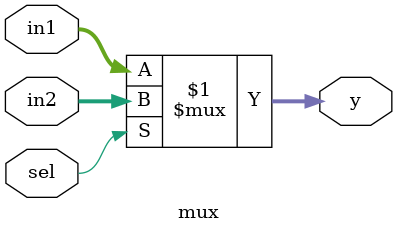
<source format=sv>
module mux(in1, in2, sel, y );

    input         sel;
    input  [31:0] in1, in2;
    output [31:0] y;

    assign y = sel ? in2:in1;
    
endmodule

</source>
